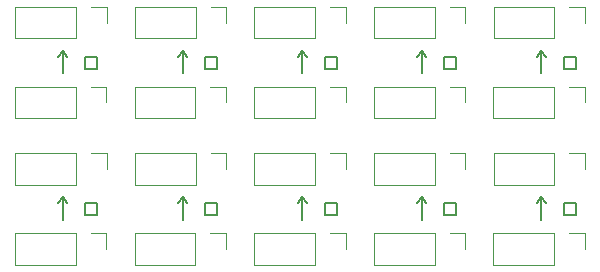
<source format=gbr>
%TF.GenerationSoftware,KiCad,Pcbnew,(6.0.5-0)*%
%TF.CreationDate,2022-12-24T13:27:48+01:00*%
%TF.ProjectId,panel,70616e65-6c2e-46b6-9963-61645f706362,rev?*%
%TF.SameCoordinates,Original*%
%TF.FileFunction,Legend,Top*%
%TF.FilePolarity,Positive*%
%FSLAX46Y46*%
G04 Gerber Fmt 4.6, Leading zero omitted, Abs format (unit mm)*
G04 Created by KiCad (PCBNEW (6.0.5-0)) date 2022-12-24 13:27:48*
%MOMM*%
%LPD*%
G01*
G04 APERTURE LIST*
%ADD10C,0.150000*%
%ADD11C,0.120000*%
G04 APERTURE END LIST*
D10*
X60084000Y-19699000D02*
X59703000Y-19191000D01*
X29700000Y-19699000D02*
X29319000Y-19191000D01*
X49956000Y-19699000D02*
X49575000Y-19191000D01*
X39828000Y-32113000D02*
X39447000Y-31605000D01*
X19572000Y-19699000D02*
X19191000Y-19191000D01*
X39828000Y-19699000D02*
X39447000Y-19191000D01*
X19572000Y-32113000D02*
X19191000Y-31605000D01*
X29700000Y-32113000D02*
X29319000Y-31605000D01*
X49956000Y-32113000D02*
X49575000Y-31605000D01*
X60084000Y-32113000D02*
X59703000Y-31605000D01*
X61608000Y-19699000D02*
X62624000Y-19699000D01*
X62624000Y-19699000D02*
X62624000Y-20715000D01*
X62624000Y-20715000D02*
X61608000Y-20715000D01*
X61608000Y-20715000D02*
X61608000Y-19699000D01*
X31224000Y-19699000D02*
X32240000Y-19699000D01*
X32240000Y-19699000D02*
X32240000Y-20715000D01*
X32240000Y-20715000D02*
X31224000Y-20715000D01*
X31224000Y-20715000D02*
X31224000Y-19699000D01*
X51480000Y-19699000D02*
X52496000Y-19699000D01*
X52496000Y-19699000D02*
X52496000Y-20715000D01*
X52496000Y-20715000D02*
X51480000Y-20715000D01*
X51480000Y-20715000D02*
X51480000Y-19699000D01*
X41352000Y-32113000D02*
X42368000Y-32113000D01*
X42368000Y-32113000D02*
X42368000Y-33129000D01*
X42368000Y-33129000D02*
X41352000Y-33129000D01*
X41352000Y-33129000D02*
X41352000Y-32113000D01*
X61608000Y-32113000D02*
X62624000Y-32113000D01*
X62624000Y-32113000D02*
X62624000Y-33129000D01*
X62624000Y-33129000D02*
X61608000Y-33129000D01*
X61608000Y-33129000D02*
X61608000Y-32113000D01*
X21096000Y-19699000D02*
X22112000Y-19699000D01*
X22112000Y-19699000D02*
X22112000Y-20715000D01*
X22112000Y-20715000D02*
X21096000Y-20715000D01*
X21096000Y-20715000D02*
X21096000Y-19699000D01*
X41352000Y-19699000D02*
X42368000Y-19699000D01*
X42368000Y-19699000D02*
X42368000Y-20715000D01*
X42368000Y-20715000D02*
X41352000Y-20715000D01*
X41352000Y-20715000D02*
X41352000Y-19699000D01*
X21096000Y-32113000D02*
X22112000Y-32113000D01*
X22112000Y-32113000D02*
X22112000Y-33129000D01*
X22112000Y-33129000D02*
X21096000Y-33129000D01*
X21096000Y-33129000D02*
X21096000Y-32113000D01*
X31224000Y-32113000D02*
X32240000Y-32113000D01*
X32240000Y-32113000D02*
X32240000Y-33129000D01*
X32240000Y-33129000D02*
X31224000Y-33129000D01*
X31224000Y-33129000D02*
X31224000Y-32113000D01*
X51480000Y-32113000D02*
X52496000Y-32113000D01*
X52496000Y-32113000D02*
X52496000Y-33129000D01*
X52496000Y-33129000D02*
X51480000Y-33129000D01*
X51480000Y-33129000D02*
X51480000Y-32113000D01*
X59322000Y-19699000D02*
X59703000Y-19191000D01*
X28938000Y-19699000D02*
X29319000Y-19191000D01*
X49194000Y-19699000D02*
X49575000Y-19191000D01*
X39066000Y-32113000D02*
X39447000Y-31605000D01*
X59322000Y-32113000D02*
X59703000Y-31605000D01*
X18810000Y-19699000D02*
X19191000Y-19191000D01*
X39066000Y-19699000D02*
X39447000Y-19191000D01*
X18810000Y-32113000D02*
X19191000Y-31605000D01*
X28938000Y-32113000D02*
X29319000Y-31605000D01*
X49194000Y-32113000D02*
X49575000Y-31605000D01*
X59703000Y-21096000D02*
X59703000Y-20715000D01*
X29319000Y-21096000D02*
X29319000Y-20715000D01*
X49575000Y-21096000D02*
X49575000Y-20715000D01*
X39447000Y-33510000D02*
X39447000Y-33129000D01*
X59703000Y-33510000D02*
X59703000Y-33129000D01*
X19191000Y-21096000D02*
X19191000Y-20715000D01*
X39447000Y-21096000D02*
X39447000Y-20715000D01*
X19191000Y-33510000D02*
X19191000Y-33129000D01*
X29319000Y-33510000D02*
X29319000Y-33129000D01*
X49575000Y-33510000D02*
X49575000Y-33129000D01*
X59703000Y-20715000D02*
X59703000Y-19191000D01*
X29319000Y-20715000D02*
X29319000Y-19191000D01*
X49575000Y-20715000D02*
X49575000Y-19191000D01*
X39447000Y-33129000D02*
X39447000Y-31605000D01*
X59703000Y-33129000D02*
X59703000Y-31605000D01*
X19191000Y-20715000D02*
X19191000Y-19191000D01*
X39447000Y-20715000D02*
X39447000Y-19191000D01*
X19191000Y-33129000D02*
X19191000Y-31605000D01*
X29319000Y-33129000D02*
X29319000Y-31605000D01*
X49575000Y-33129000D02*
X49575000Y-31605000D01*
D11*
%TO.C,J2*%
X50667200Y-18145200D02*
X45527200Y-18145200D01*
X53267200Y-15485200D02*
X53267200Y-16815200D01*
X50667200Y-15485200D02*
X50667200Y-18145200D01*
X50667200Y-15485200D02*
X45527200Y-15485200D01*
X51937200Y-15485200D02*
X53267200Y-15485200D01*
X45527200Y-15485200D02*
X45527200Y-18145200D01*
X41809200Y-27899200D02*
X43139200Y-27899200D01*
X40539200Y-27899200D02*
X35399200Y-27899200D01*
X40539200Y-30559200D02*
X35399200Y-30559200D01*
X40539200Y-27899200D02*
X40539200Y-30559200D01*
X35399200Y-27899200D02*
X35399200Y-30559200D01*
X43139200Y-27899200D02*
X43139200Y-29229200D01*
X31681200Y-15485200D02*
X33011200Y-15485200D01*
X30411200Y-15485200D02*
X30411200Y-18145200D01*
X25271200Y-15485200D02*
X25271200Y-18145200D01*
X33011200Y-15485200D02*
X33011200Y-16815200D01*
X30411200Y-18145200D02*
X25271200Y-18145200D01*
X30411200Y-15485200D02*
X25271200Y-15485200D01*
X40539200Y-15485200D02*
X40539200Y-18145200D01*
X35399200Y-15485200D02*
X35399200Y-18145200D01*
X43139200Y-15485200D02*
X43139200Y-16815200D01*
X40539200Y-18145200D02*
X35399200Y-18145200D01*
X41809200Y-15485200D02*
X43139200Y-15485200D01*
X40539200Y-15485200D02*
X35399200Y-15485200D01*
%TO.C,J1*%
X22868200Y-22255200D02*
X22868200Y-23585200D01*
X20268200Y-22255200D02*
X15128200Y-22255200D01*
X15128200Y-22255200D02*
X15128200Y-24915200D01*
X20268200Y-22255200D02*
X20268200Y-24915200D01*
X21538200Y-22255200D02*
X22868200Y-22255200D01*
X20268200Y-24915200D02*
X15128200Y-24915200D01*
X50652200Y-24915200D02*
X45512200Y-24915200D01*
X45512200Y-22255200D02*
X45512200Y-24915200D01*
X51922200Y-22255200D02*
X53252200Y-22255200D01*
X50652200Y-22255200D02*
X45512200Y-22255200D01*
X50652200Y-22255200D02*
X50652200Y-24915200D01*
X53252200Y-22255200D02*
X53252200Y-23585200D01*
X32996200Y-34669200D02*
X32996200Y-35999200D01*
X30396200Y-34669200D02*
X25256200Y-34669200D01*
X30396200Y-37329200D02*
X25256200Y-37329200D01*
X30396200Y-34669200D02*
X30396200Y-37329200D01*
X31666200Y-34669200D02*
X32996200Y-34669200D01*
X25256200Y-34669200D02*
X25256200Y-37329200D01*
%TO.C,J2*%
X51937200Y-27899200D02*
X53267200Y-27899200D01*
X50667200Y-27899200D02*
X45527200Y-27899200D01*
X45527200Y-27899200D02*
X45527200Y-30559200D01*
X50667200Y-27899200D02*
X50667200Y-30559200D01*
X53267200Y-27899200D02*
X53267200Y-29229200D01*
X50667200Y-30559200D02*
X45527200Y-30559200D01*
%TO.C,J1*%
X63380200Y-22255200D02*
X63380200Y-23585200D01*
X60780200Y-24915200D02*
X55640200Y-24915200D01*
X55640200Y-22255200D02*
X55640200Y-24915200D01*
X60780200Y-22255200D02*
X60780200Y-24915200D01*
X60780200Y-22255200D02*
X55640200Y-22255200D01*
X62050200Y-22255200D02*
X63380200Y-22255200D01*
X40524200Y-22255200D02*
X35384200Y-22255200D01*
X40524200Y-22255200D02*
X40524200Y-24915200D01*
X43124200Y-22255200D02*
X43124200Y-23585200D01*
X35384200Y-22255200D02*
X35384200Y-24915200D01*
X40524200Y-24915200D02*
X35384200Y-24915200D01*
X41794200Y-22255200D02*
X43124200Y-22255200D01*
%TO.C,J2*%
X15143200Y-27899200D02*
X15143200Y-30559200D01*
X20283200Y-27899200D02*
X15143200Y-27899200D01*
X22883200Y-27899200D02*
X22883200Y-29229200D01*
X20283200Y-27899200D02*
X20283200Y-30559200D01*
X20283200Y-30559200D02*
X15143200Y-30559200D01*
X21553200Y-27899200D02*
X22883200Y-27899200D01*
%TO.C,J1*%
X30396200Y-24915200D02*
X25256200Y-24915200D01*
X31666200Y-22255200D02*
X32996200Y-22255200D01*
X30396200Y-22255200D02*
X25256200Y-22255200D01*
X30396200Y-22255200D02*
X30396200Y-24915200D01*
X32996200Y-22255200D02*
X32996200Y-23585200D01*
X25256200Y-22255200D02*
X25256200Y-24915200D01*
X62050200Y-34669200D02*
X63380200Y-34669200D01*
X63380200Y-34669200D02*
X63380200Y-35999200D01*
X60780200Y-34669200D02*
X60780200Y-37329200D01*
X55640200Y-34669200D02*
X55640200Y-37329200D01*
X60780200Y-37329200D02*
X55640200Y-37329200D01*
X60780200Y-34669200D02*
X55640200Y-34669200D01*
X20268200Y-34669200D02*
X15128200Y-34669200D01*
X15128200Y-34669200D02*
X15128200Y-37329200D01*
X22868200Y-34669200D02*
X22868200Y-35999200D01*
X20268200Y-34669200D02*
X20268200Y-37329200D01*
X21538200Y-34669200D02*
X22868200Y-34669200D01*
X20268200Y-37329200D02*
X15128200Y-37329200D01*
%TO.C,J2*%
X55655200Y-15485200D02*
X55655200Y-18145200D01*
X60795200Y-18145200D02*
X55655200Y-18145200D01*
X62065200Y-15485200D02*
X63395200Y-15485200D01*
X63395200Y-15485200D02*
X63395200Y-16815200D01*
X60795200Y-15485200D02*
X60795200Y-18145200D01*
X60795200Y-15485200D02*
X55655200Y-15485200D01*
%TO.C,J1*%
X35384200Y-34669200D02*
X35384200Y-37329200D01*
X40524200Y-34669200D02*
X40524200Y-37329200D01*
X40524200Y-37329200D02*
X35384200Y-37329200D01*
X41794200Y-34669200D02*
X43124200Y-34669200D01*
X40524200Y-34669200D02*
X35384200Y-34669200D01*
X43124200Y-34669200D02*
X43124200Y-35999200D01*
X50652200Y-34669200D02*
X50652200Y-37329200D01*
X53252200Y-34669200D02*
X53252200Y-35999200D01*
X45512200Y-34669200D02*
X45512200Y-37329200D01*
X51922200Y-34669200D02*
X53252200Y-34669200D01*
X50652200Y-34669200D02*
X45512200Y-34669200D01*
X50652200Y-37329200D02*
X45512200Y-37329200D01*
%TO.C,J2*%
X60795200Y-27899200D02*
X60795200Y-30559200D01*
X63395200Y-27899200D02*
X63395200Y-29229200D01*
X62065200Y-27899200D02*
X63395200Y-27899200D01*
X60795200Y-30559200D02*
X55655200Y-30559200D01*
X55655200Y-27899200D02*
X55655200Y-30559200D01*
X60795200Y-27899200D02*
X55655200Y-27899200D01*
X22883200Y-15485200D02*
X22883200Y-16815200D01*
X20283200Y-15485200D02*
X20283200Y-18145200D01*
X20283200Y-18145200D02*
X15143200Y-18145200D01*
X15143200Y-15485200D02*
X15143200Y-18145200D01*
X20283200Y-15485200D02*
X15143200Y-15485200D01*
X21553200Y-15485200D02*
X22883200Y-15485200D01*
X33011200Y-27899200D02*
X33011200Y-29229200D01*
X30411200Y-27899200D02*
X30411200Y-30559200D01*
X30411200Y-30559200D02*
X25271200Y-30559200D01*
X25271200Y-27899200D02*
X25271200Y-30559200D01*
X30411200Y-27899200D02*
X25271200Y-27899200D01*
X31681200Y-27899200D02*
X33011200Y-27899200D01*
%TD*%
M02*

</source>
